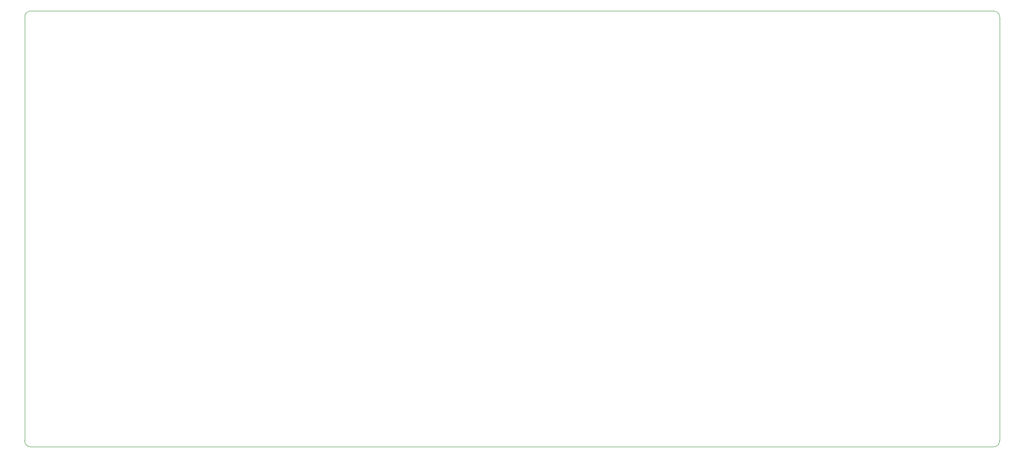
<source format=gm1>
G04 #@! TF.GenerationSoftware,KiCad,Pcbnew,7.0.9*
G04 #@! TF.CreationDate,2024-10-07T22:48:35-04:00*
G04 #@! TF.ProjectId,Digital Clock,44696769-7461-46c2-9043-6c6f636b2e6b,rev?*
G04 #@! TF.SameCoordinates,Original*
G04 #@! TF.FileFunction,Profile,NP*
%FSLAX46Y46*%
G04 Gerber Fmt 4.6, Leading zero omitted, Abs format (unit mm)*
G04 Created by KiCad (PCBNEW 7.0.9) date 2024-10-07 22:48:35*
%MOMM*%
%LPD*%
G01*
G04 APERTURE LIST*
G04 #@! TA.AperFunction,Profile*
%ADD10C,0.101600*%
G04 #@! TD*
G04 #@! TA.AperFunction,Profile*
%ADD11C,0.100000*%
G04 #@! TD*
G04 APERTURE END LIST*
D10*
X240817416Y-61786184D02*
G75*
G03*
X239649000Y-60617784I-1168416J-16D01*
G01*
X50813384Y-144449800D02*
X50813384Y-61786184D01*
D11*
X240817400Y-61786184D02*
X240817400Y-144449800D01*
X239649000Y-145618200D02*
X51981784Y-145618200D01*
D10*
X50813400Y-144449800D02*
G75*
G03*
X51981784Y-145618200I1168400J0D01*
G01*
X51981784Y-60617784D02*
G75*
G03*
X50813384Y-61786184I16J-1168416D01*
G01*
X239649000Y-145618200D02*
G75*
G03*
X240817400Y-144449800I0J1168400D01*
G01*
D11*
X51981784Y-60617784D02*
X239649000Y-60617784D01*
M02*

</source>
